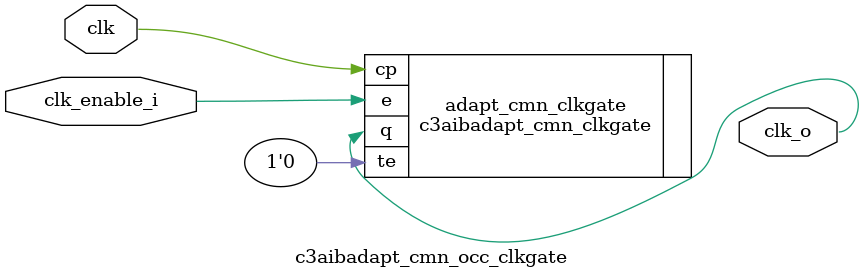
<source format=v>
module c3aibadapt_cmn_occ_clkgate
(
	input	wire		clk,
	input	wire		clk_enable_i,
	output	wire		clk_o
);

c3aibadapt_cmn_clkgate adapt_cmn_clkgate
    (
        .cp(clk),
        .e(clk_enable_i),
        .te(1'b0),
        .q(clk_o)
    );

endmodule // c3aibadapt_cmn_occ_clkgate

</source>
